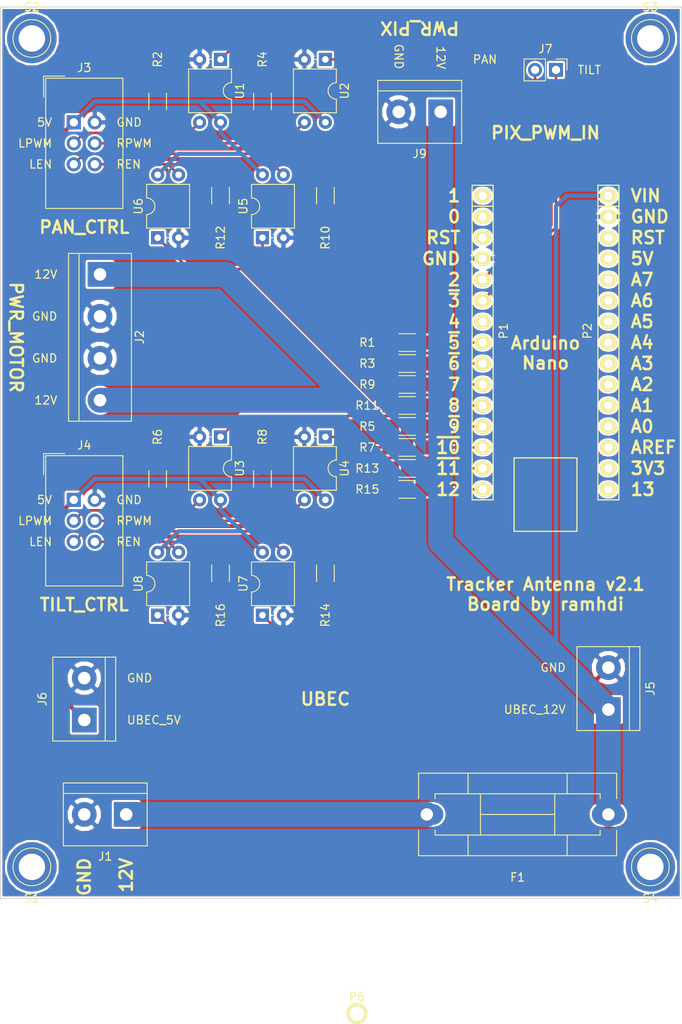
<source format=kicad_pcb>
(kicad_pcb (version 4) (host pcbnew 4.0.7)
  (title_block (title "Tracker Antenna v2.1") (date 2018-07-07) (company "Aksantara ITB"))
  (layers (0 F.Cu signal) (31 B.Cu signal) (34 B.Paste user) (35 F.Paste user) (36 B.SilkS user) (37 F.SilkS user) (38 B.Mask user) (39 F.Mask user) (44 Edge.Cuts user))
  (net 0 "")
  (net 1 "/1(Tx)")
  (net 2 "/0(Rx)")
  (net 3 /Reset)
  (net 4 GND)
  (net 5 /4)
  (net 6 +5V)
  (net 7 /A7)
  (net 8 /A6)
  (net 9 /A5)
  (net 10 /A4)
  (net 11 /A3)
  (net 12 /A2)
  (net 13 /A1)
  (net 14 /A0)
  (net 15 /AREF)
  (net 16 "/13(SCK)")
  (net 17 "Net-(F1-Pad2)")
  (net 18 +12V)
  (net 19 PAN_L_EN)
  (net 20 PAN_R_EN)
  (net 21 PAN_L_PWM)
  (net 22 PAN_R_PWM)
  (net 23 TILT_L_EN)
  (net 24 TILT_R_EN)
  (net 25 TILT_L_PWM)
  (net 26 TILT_R_PWM)
  (net 27 PAN_PWM_IN)
  (net 28 TILT_PWM_IN)
  (net 29 /5V)
  (net 30 /3V3)
  (net 31 PAN_L_PWM_ISOL)
  (net 32 PAN_R_PWM_ISOL)
  (net 33 TILT_L_PWM_ISOL)
  (net 34 TILT_R_PWM_ISOL)
  (net 35 "Net-(R1-Pad1)")
  (net 36 "Net-(R3-Pad2)")
  (net 37 "Net-(R5-Pad1)")
  (net 38 "Net-(R7-Pad2)")
  (net 39 "Net-(R9-Pad1)")
  (net 40 PAN_L_EN_ISOL)
  (net 41 "Net-(R11-Pad2)")
  (net 42 PAN_R_EN_ISOL)
  (net 43 "Net-(R13-Pad1)")
  (net 44 TILT_L_EN_ISOL)
  (net 45 "Net-(R15-Pad2)")
  (net 46 TILT_R_EN_ISOL)
  (net 47 "Net-(P6-Pad1)")
  (module Connector_IDC:IDC-Header_2x03_P2.54mm_Vertical (layer F.Cu) (at 61.976 49.657)
    (fp_text reference J3 (at 1.27 -6.604) (layer F.SilkS))
    (fp_text value Pan_Ctrl)
    (pad 1 thru_hole rect (at 0 0) (size 1.7272 1.7272) (drill 1.016) (layers *.Cu *.Mask) (net 6 +5V))
    (pad 2 thru_hole oval (at 2.54 0) (size 1.7272 1.7272) (drill 1.016) (layers *.Cu *.Mask) (net 4 GND))
    (pad 3 thru_hole oval (at 0 2.54) (size 1.7272 1.7272) (drill 1.016) (layers *.Cu *.Mask) (net 31 PAN_L_PWM_ISOL))
    (pad 4 thru_hole oval (at 2.54 2.54) (size 1.7272 1.7272) (drill 1.016) (layers *.Cu *.Mask) (net 32 PAN_R_PWM_ISOL))
    (pad 5 thru_hole oval (at 0 5.08) (size 1.7272 1.7272) (drill 1.016) (layers *.Cu *.Mask) (net 40 PAN_L_EN_ISOL))
    (pad 6 thru_hole oval (at 2.54 5.08) (size 1.7272 1.7272) (drill 1.016) (layers *.Cu *.Mask) (net 42 PAN_R_EN_ISOL))
  )
  (module Socket_Arduino_Nano:1pin_Nano (layer F.Cu) (at 96.266 157.607)
    (fp_text reference P6 (at 0 -2.032) (layer F.SilkS))
    (fp_text value CONN_01X01)
    (pad 1 thru_hole circle (at 0 0) (size 2.54 2.54) (drill 1.778) (layers *.Cu *.Mask F.SilkS) (net 47 "Net-(P6-Pad1)"))
  )
  (module Connector_IDC:IDC-Header_2x03_P2.54mm_Vertical (layer F.Cu) (at 61.976 95.377)
    (fp_text reference J4 (at 1.27 -6.604) (layer F.SilkS))
    (fp_text value Tilt_Ctrl)
    (pad 1 thru_hole rect (at 0 0) (size 1.7272 1.7272) (drill 1.016) (layers *.Cu *.Mask) (net 6 +5V))
    (pad 2 thru_hole oval (at 2.54 0) (size 1.7272 1.7272) (drill 1.016) (layers *.Cu *.Mask) (net 4 GND))
    (pad 3 thru_hole oval (at 0 2.54) (size 1.7272 1.7272) (drill 1.016) (layers *.Cu *.Mask) (net 33 TILT_L_PWM_ISOL))
    (pad 4 thru_hole oval (at 2.54 2.54) (size 1.7272 1.7272) (drill 1.016) (layers *.Cu *.Mask) (net 34 TILT_R_PWM_ISOL))
    (pad 5 thru_hole oval (at 0 5.08) (size 1.7272 1.7272) (drill 1.016) (layers *.Cu *.Mask) (net 44 TILT_L_EN_ISOL))
    (pad 6 thru_hole oval (at 2.54 5.08) (size 1.7272 1.7272) (drill 1.016) (layers *.Cu *.Mask) (net 46 TILT_R_EN_ISOL))
  )
  (module Fuse_Holders_and_Fuses:Fuseholder5x20_horiz_SemiClosed_Casing10x25mm (layer F.Cu) (at 126.746 133.477 180)
    (fp_text reference F1 (at 11 -7.62 180) (layer F.SilkS))
    (fp_text value Fuse)
    (pad 2 thru_hole oval (at 22 0 90) (size 2.5 4) (drill 1.5) (layers *.Cu *.Mask) (net 17 "Net-(F1-Pad2)"))
    (pad 1 thru_hole oval (at 0 0 90) (size 2.5 4) (drill 1.5) (layers *.Cu *.Mask) (net 18 +12V))
  )
  (module Connectors:1pin (layer F.Cu) (at 131.826 39.497)
    (fp_text reference S3 (at 0 -3.81) (layer F.SilkS))
    (fp_text value 1pin)
    (pad 1 thru_hole circle (at 0 0) (size 6 6) (drill 3.2) (layers *.Cu *.Mask))
  )
  (module Connectors:1pin (layer F.Cu) (at 131.826 139.827)
    (fp_text reference S4 (at 0 3.81) (layer F.SilkS))
    (fp_text value 1pin)
    (pad 1 thru_hole circle (at 0 0) (size 6 6) (drill 3.2) (layers *.Cu *.Mask))
  )
  (module Connectors:1pin (layer F.Cu) (at 56.896 139.827)
    (fp_text reference S1 (at 0 3.81) (layer F.SilkS))
    (fp_text value 1pin)
    (pad 1 thru_hole circle (at 0 0) (size 6 6) (drill 3.2) (layers *.Cu *.Mask))
  )
  (module Socket_Arduino_Nano:Socket_Strip_Arduino_1x15 (layer F.Cu) (at 111.506 58.547 270)
    (fp_text reference P1 (at 16.383 -2.54 270) (layer F.SilkS))
    (fp_text value Digital)
    (pad 1 thru_hole oval (at 0 0 270) (size 1.7272 2.032) (drill 1.016) (layers *.Cu *.Mask F.SilkS) (net 1 "/1(Tx)"))
    (pad 2 thru_hole oval (at 2.54 0 270) (size 1.7272 2.032) (drill 1.016) (layers *.Cu *.Mask F.SilkS) (net 2 "/0(Rx)"))
    (pad 3 thru_hole oval (at 5.08 0 270) (size 1.7272 2.032) (drill 1.016) (layers *.Cu *.Mask F.SilkS) (net 3 /Reset))
    (pad 4 thru_hole oval (at 7.62 0 270) (size 1.7272 2.032) (drill 1.016) (layers *.Cu *.Mask F.SilkS) (net 4 GND))
    (pad 5 thru_hole oval (at 10.16 0 270) (size 1.7272 2.032) (drill 1.016) (layers *.Cu *.Mask F.SilkS) (net 27 PAN_PWM_IN))
    (pad 6 thru_hole oval (at 12.7 0 270) (size 1.7272 2.032) (drill 1.016) (layers *.Cu *.Mask F.SilkS) (net 28 TILT_PWM_IN))
    (pad 7 thru_hole oval (at 15.24 0 270) (size 1.7272 2.032) (drill 1.016) (layers *.Cu *.Mask F.SilkS) (net 5 /4))
    (pad 8 thru_hole oval (at 17.78 0 270) (size 1.7272 2.032) (drill 1.016) (layers *.Cu *.Mask F.SilkS) (net 21 PAN_L_PWM))
    (pad 9 thru_hole oval (at 20.32 0 270) (size 1.7272 2.032) (drill 1.016) (layers *.Cu *.Mask F.SilkS) (net 22 PAN_R_PWM))
    (pad 10 thru_hole oval (at 22.86 0 270) (size 1.7272 2.032) (drill 1.016) (layers *.Cu *.Mask F.SilkS) (net 19 PAN_L_EN))
    (pad 11 thru_hole oval (at 25.4 0 270) (size 1.7272 2.032) (drill 1.016) (layers *.Cu *.Mask F.SilkS) (net 20 PAN_R_EN))
    (pad 12 thru_hole oval (at 27.94 0 270) (size 1.7272 2.032) (drill 1.016) (layers *.Cu *.Mask F.SilkS) (net 25 TILT_L_PWM))
    (pad 13 thru_hole oval (at 30.48 0 270) (size 1.7272 2.032) (drill 1.016) (layers *.Cu *.Mask F.SilkS) (net 26 TILT_R_PWM))
    (pad 14 thru_hole oval (at 33.02 0 270) (size 1.7272 2.032) (drill 1.016) (layers *.Cu *.Mask F.SilkS) (net 23 TILT_L_EN))
    (pad 15 thru_hole oval (at 35.56 0 270) (size 1.7272 2.032) (drill 1.016) (layers *.Cu *.Mask F.SilkS) (net 24 TILT_R_EN))
  )
  (module Socket_Arduino_Nano:Socket_Strip_Arduino_1x15 (layer F.Cu) (at 126.746 58.547 270)
    (fp_text reference P2 (at 16.383 2.54 270) (layer F.SilkS))
    (fp_text value Analog)
    (pad 1 thru_hole oval (at 0 0 270) (size 1.7272 2.032) (drill 1.016) (layers *.Cu *.Mask F.SilkS) (net 18 +12V))
    (pad 2 thru_hole oval (at 2.54 0 270) (size 1.7272 2.032) (drill 1.016) (layers *.Cu *.Mask F.SilkS) (net 4 GND))
    (pad 3 thru_hole oval (at 5.08 0 270) (size 1.7272 2.032) (drill 1.016) (layers *.Cu *.Mask F.SilkS) (net 3 /Reset))
    (pad 4 thru_hole oval (at 7.62 0 270) (size 1.7272 2.032) (drill 1.016) (layers *.Cu *.Mask F.SilkS) (net 29 /5V))
    (pad 5 thru_hole oval (at 10.16 0 270) (size 1.7272 2.032) (drill 1.016) (layers *.Cu *.Mask F.SilkS) (net 7 /A7))
    (pad 6 thru_hole oval (at 12.7 0 270) (size 1.7272 2.032) (drill 1.016) (layers *.Cu *.Mask F.SilkS) (net 8 /A6))
    (pad 7 thru_hole oval (at 15.24 0 270) (size 1.7272 2.032) (drill 1.016) (layers *.Cu *.Mask F.SilkS) (net 9 /A5))
    (pad 8 thru_hole oval (at 17.78 0 270) (size 1.7272 2.032) (drill 1.016) (layers *.Cu *.Mask F.SilkS) (net 10 /A4))
    (pad 9 thru_hole oval (at 20.32 0 270) (size 1.7272 2.032) (drill 1.016) (layers *.Cu *.Mask F.SilkS) (net 11 /A3))
    (pad 10 thru_hole oval (at 22.86 0 270) (size 1.7272 2.032) (drill 1.016) (layers *.Cu *.Mask F.SilkS) (net 12 /A2))
    (pad 11 thru_hole oval (at 25.4 0 270) (size 1.7272 2.032) (drill 1.016) (layers *.Cu *.Mask F.SilkS) (net 13 /A1))
    (pad 12 thru_hole oval (at 27.94 0 270) (size 1.7272 2.032) (drill 1.016) (layers *.Cu *.Mask F.SilkS) (net 14 /A0))
    (pad 13 thru_hole oval (at 30.48 0 270) (size 1.7272 2.032) (drill 1.016) (layers *.Cu *.Mask F.SilkS) (net 15 /AREF))
    (pad 14 thru_hole oval (at 33.02 0 270) (size 1.7272 2.032) (drill 1.016) (layers *.Cu *.Mask F.SilkS) (net 30 /3V3))
    (pad 15 thru_hole oval (at 35.56 0 270) (size 1.7272 2.032) (drill 1.016) (layers *.Cu *.Mask F.SilkS) (net 16 "/13(SCK)"))
  )
  (module Connectors:1pin (layer F.Cu) (at 56.896 39.497)
    (fp_text reference S2 (at 0 -3.81) (layer F.SilkS))
    (fp_text value 1pin)
    (pad 1 thru_hole circle (at 0 0) (size 6 6) (drill 3.2) (layers *.Cu *.Mask))
  )
  (module Connectors_Terminal_Blocks:TerminalBlock_bornier-2_P5.08mm (layer F.Cu) (at 106.426 48.387 180)
    (fp_text reference J9 (at 2.54 -5.08 180) (layer F.SilkS))
    (fp_text value Vout_12V)
    (pad 1 thru_hole rect (at 0 0 180) (size 3 3) (drill 1.52) (layers *.Cu *.Mask) (net 18 +12V))
    (pad 2 thru_hole circle (at 5.08 0 180) (size 3 3) (drill 1.52) (layers *.Cu *.Mask) (net 4 GND))
  )
  (module Connectors_Terminal_Blocks:TerminalBlock_bornier-2_P5.08mm (layer F.Cu) (at 63.246 122.047 90)
    (fp_text reference J6 (at 2.54 -5.08 90) (layer F.SilkS))
    (fp_text value BEC_OUT_5V)
    (pad 1 thru_hole rect (at 0 0 90) (size 3 3) (drill 1.52) (layers *.Cu *.Mask) (net 6 +5V))
    (pad 2 thru_hole circle (at 5.08 0 90) (size 3 3) (drill 1.52) (layers *.Cu *.Mask) (net 4 GND))
  )
  (module Connectors_Terminal_Blocks:TerminalBlock_bornier-2_P5.08mm (layer F.Cu) (at 126.746 120.777 90)
    (fp_text reference J5 (at 2.54 5.08 270) (layer F.SilkS))
    (fp_text value BEC_IN_12V)
    (pad 1 thru_hole rect (at 0 0 90) (size 3 3) (drill 1.52) (layers *.Cu *.Mask) (net 18 +12V))
    (pad 2 thru_hole circle (at 5.08 0 90) (size 3 3) (drill 1.52) (layers *.Cu *.Mask) (net 4 GND))
  )
  (module Connectors_Terminal_Blocks:TerminalBlock_bornier-2_P5.08mm (layer F.Cu) (at 68.326 133.477 180)
    (fp_text reference J1 (at 2.54 -5.08 180) (layer F.SilkS))
    (fp_text value Vin_12V)
    (pad 1 thru_hole rect (at 0 0 180) (size 3 3) (drill 1.52) (layers *.Cu *.Mask) (net 17 "Net-(F1-Pad2)"))
    (pad 2 thru_hole circle (at 5.08 0 180) (size 3 3) (drill 1.52) (layers *.Cu *.Mask) (net 4 GND))
  )
  (module Connectors_Terminal_Blocks:TerminalBlock_bornier-4_P5.08mm (layer F.Cu) (at 65.151 68.072 270)
    (fp_text reference J2 (at 7.6 -4.8 270) (layer F.SilkS))
    (fp_text value Motor_12V)
    (pad 2 thru_hole circle (at 5.08 0 270) (size 3 3) (drill 1.52) (layers *.Cu *.Mask) (net 4 GND))
    (pad 3 thru_hole circle (at 10.16 0 270) (size 3 3) (drill 1.52) (layers *.Cu *.Mask) (net 4 GND))
    (pad 1 thru_hole rect (at 0 0 270) (size 3 3) (drill 1.52) (layers *.Cu *.Mask) (net 18 +12V))
    (pad 4 thru_hole circle (at 15.24 0 270) (size 3 3) (drill 1.52) (layers *.Cu *.Mask) (net 18 +12V))
  )
  (module Housings_DIP:DIP-4_W7.62mm (layer F.Cu) (at 79.756 42.037 270)
    (fp_text reference U1 (at 3.81 -2.33 270) (layer F.SilkS))
    (fp_text value TLP785)
    (pad 1 thru_hole rect (at 0 0 270) (size 1.6 1.6) (drill 0.8) (layers *.Cu *.Mask) (net 35 "Net-(R1-Pad1)"))
    (pad 3 thru_hole oval (at 7.62 2.54 270) (size 1.6 1.6) (drill 0.8) (layers *.Cu *.Mask) (net 31 PAN_L_PWM_ISOL))
    (pad 2 thru_hole oval (at 0 2.54 270) (size 1.6 1.6) (drill 0.8) (layers *.Cu *.Mask) (net 4 GND))
    (pad 4 thru_hole oval (at 7.62 0 270) (size 1.6 1.6) (drill 0.8) (layers *.Cu *.Mask) (net 6 +5V))
  )
  (module Housings_DIP:DIP-4_W7.62mm (layer F.Cu) (at 92.456 42.037 270)
    (fp_text reference U2 (at 3.81 -2.33 270) (layer F.SilkS))
    (fp_text value TLP785)
    (pad 1 thru_hole rect (at 0 0 270) (size 1.6 1.6) (drill 0.8) (layers *.Cu *.Mask) (net 36 "Net-(R3-Pad2)"))
    (pad 3 thru_hole oval (at 7.62 2.54 270) (size 1.6 1.6) (drill 0.8) (layers *.Cu *.Mask) (net 32 PAN_R_PWM_ISOL))
    (pad 2 thru_hole oval (at 0 2.54 270) (size 1.6 1.6) (drill 0.8) (layers *.Cu *.Mask) (net 4 GND))
    (pad 4 thru_hole oval (at 7.62 0 270) (size 1.6 1.6) (drill 0.8) (layers *.Cu *.Mask) (net 6 +5V))
  )
  (module Housings_DIP:DIP-4_W7.62mm (layer F.Cu) (at 79.756 87.757 270)
    (fp_text reference U3 (at 3.81 -2.33 270) (layer F.SilkS))
    (fp_text value TLP785)
    (pad 1 thru_hole rect (at 0 0 270) (size 1.6 1.6) (drill 0.8) (layers *.Cu *.Mask) (net 37 "Net-(R5-Pad1)"))
    (pad 3 thru_hole oval (at 7.62 2.54 270) (size 1.6 1.6) (drill 0.8) (layers *.Cu *.Mask) (net 33 TILT_L_PWM_ISOL))
    (pad 2 thru_hole oval (at 0 2.54 270) (size 1.6 1.6) (drill 0.8) (layers *.Cu *.Mask) (net 4 GND))
    (pad 4 thru_hole oval (at 7.62 0 270) (size 1.6 1.6) (drill 0.8) (layers *.Cu *.Mask) (net 6 +5V))
  )
  (module Housings_DIP:DIP-4_W7.62mm (layer F.Cu) (at 92.456 87.757 270)
    (fp_text reference U4 (at 3.81 -2.33 270) (layer F.SilkS))
    (fp_text value TLP785)
    (pad 1 thru_hole rect (at 0 0 270) (size 1.6 1.6) (drill 0.8) (layers *.Cu *.Mask) (net 38 "Net-(R7-Pad2)"))
    (pad 3 thru_hole oval (at 7.62 2.54 270) (size 1.6 1.6) (drill 0.8) (layers *.Cu *.Mask) (net 34 TILT_R_PWM_ISOL))
    (pad 2 thru_hole oval (at 0 2.54 270) (size 1.6 1.6) (drill 0.8) (layers *.Cu *.Mask) (net 4 GND))
    (pad 4 thru_hole oval (at 7.62 0 270) (size 1.6 1.6) (drill 0.8) (layers *.Cu *.Mask) (net 6 +5V))
  )
  (module Housings_DIP:DIP-4_W7.62mm (layer F.Cu) (at 84.836 63.627 90)
    (fp_text reference U5 (at 3.81 -2.33 90) (layer F.SilkS))
    (fp_text value TLP785)
    (pad 1 thru_hole rect (at 0 0 90) (size 1.6 1.6) (drill 0.8) (layers *.Cu *.Mask) (net 39 "Net-(R9-Pad1)"))
    (pad 3 thru_hole oval (at 7.62 2.54 90) (size 1.6 1.6) (drill 0.8) (layers *.Cu *.Mask) (net 40 PAN_L_EN_ISOL))
    (pad 2 thru_hole oval (at 0 2.54 90) (size 1.6 1.6) (drill 0.8) (layers *.Cu *.Mask) (net 4 GND))
    (pad 4 thru_hole oval (at 7.62 0 90) (size 1.6 1.6) (drill 0.8) (layers *.Cu *.Mask) (net 6 +5V))
  )
  (module Housings_DIP:DIP-4_W7.62mm (layer F.Cu) (at 72.136 63.627 90)
    (fp_text reference U6 (at 3.81 -2.33 90) (layer F.SilkS))
    (fp_text value TLP785)
    (pad 1 thru_hole rect (at 0 0 90) (size 1.6 1.6) (drill 0.8) (layers *.Cu *.Mask) (net 41 "Net-(R11-Pad2)"))
    (pad 3 thru_hole oval (at 7.62 2.54 90) (size 1.6 1.6) (drill 0.8) (layers *.Cu *.Mask) (net 42 PAN_R_EN_ISOL))
    (pad 2 thru_hole oval (at 0 2.54 90) (size 1.6 1.6) (drill 0.8) (layers *.Cu *.Mask) (net 4 GND))
    (pad 4 thru_hole oval (at 7.62 0 90) (size 1.6 1.6) (drill 0.8) (layers *.Cu *.Mask) (net 6 +5V))
  )
  (module Housings_DIP:DIP-4_W7.62mm (layer F.Cu) (at 84.836 109.347 90)
    (fp_text reference U7 (at 3.81 -2.33 90) (layer F.SilkS))
    (fp_text value TLP785)
    (pad 1 thru_hole rect (at 0 0 90) (size 1.6 1.6) (drill 0.8) (layers *.Cu *.Mask) (net 43 "Net-(R13-Pad1)"))
    (pad 3 thru_hole oval (at 7.62 2.54 90) (size 1.6 1.6) (drill 0.8) (layers *.Cu *.Mask) (net 44 TILT_L_EN_ISOL))
    (pad 2 thru_hole oval (at 0 2.54 90) (size 1.6 1.6) (drill 0.8) (layers *.Cu *.Mask) (net 4 GND))
    (pad 4 thru_hole oval (at 7.62 0 90) (size 1.6 1.6) (drill 0.8) (layers *.Cu *.Mask) (net 6 +5V))
  )
  (module Housings_DIP:DIP-4_W7.62mm (layer F.Cu) (at 72.136 109.347 90)
    (fp_text reference U8 (at 3.81 -2.33 90) (layer F.SilkS))
    (fp_text value TLP785)
    (pad 1 thru_hole rect (at 0 0 90) (size 1.6 1.6) (drill 0.8) (layers *.Cu *.Mask) (net 45 "Net-(R15-Pad2)"))
    (pad 3 thru_hole oval (at 7.62 2.54 90) (size 1.6 1.6) (drill 0.8) (layers *.Cu *.Mask) (net 46 TILT_R_EN_ISOL))
    (pad 2 thru_hole oval (at 0 2.54 90) (size 1.6 1.6) (drill 0.8) (layers *.Cu *.Mask) (net 4 GND))
    (pad 4 thru_hole oval (at 7.62 0 90) (size 1.6 1.6) (drill 0.8) (layers *.Cu *.Mask) (net 6 +5V))
  )
  (module Resistors_SMD:R_1206_HandSoldering (layer F.Cu) (at 102.362 76.327)
    (fp_text reference R1 (at -4.826 0) (layer F.SilkS))
    (fp_text value 1k)
    (pad 1 smd rect (at -2 0) (size 2 1.7) (layers F.Cu F.Paste F.Mask) (net 35 "Net-(R1-Pad1)"))
    (pad 2 smd rect (at 2 0) (size 2 1.7) (layers F.Cu F.Paste F.Mask) (net 21 PAN_L_PWM))
  )
  (module Resistors_SMD:R_1206_HandSoldering (layer F.Cu) (at 72.136 47.117 270)
    (fp_text reference R2 (at -5.08 0 270) (layer F.SilkS))
    (fp_text value 1k)
    (pad 1 smd rect (at -2 0 270) (size 2 1.7) (layers F.Cu F.Paste F.Mask) (net 4 GND))
    (pad 2 smd rect (at 2 0 270) (size 2 1.7) (layers F.Cu F.Paste F.Mask) (net 31 PAN_L_PWM_ISOL))
  )
  (module Resistors_SMD:R_1206_HandSoldering (layer F.Cu) (at 102.362 78.867 180)
    (fp_text reference R3 (at 4.826 0 180) (layer F.SilkS))
    (fp_text value 1k)
    (pad 1 smd rect (at -2 0 180) (size 2 1.7) (layers F.Cu F.Paste F.Mask) (net 22 PAN_R_PWM))
    (pad 2 smd rect (at 2 0 180) (size 2 1.7) (layers F.Cu F.Paste F.Mask) (net 36 "Net-(R3-Pad2)"))
  )
  (module Resistors_SMD:R_1206_HandSoldering (layer F.Cu) (at 84.836 47.117 90)
    (fp_text reference R4 (at 5.08 0 90) (layer F.SilkS))
    (fp_text value 1k)
    (pad 1 smd rect (at -2 0 90) (size 2 1.7) (layers F.Cu F.Paste F.Mask) (net 32 PAN_R_PWM_ISOL))
    (pad 2 smd rect (at 2 0 90) (size 2 1.7) (layers F.Cu F.Paste F.Mask) (net 4 GND))
  )
  (module Resistors_SMD:R_1206_HandSoldering (layer F.Cu) (at 102.362 86.487)
    (fp_text reference R5 (at -4.826 0) (layer F.SilkS))
    (fp_text value 1k)
    (pad 1 smd rect (at -2 0) (size 2 1.7) (layers F.Cu F.Paste F.Mask) (net 37 "Net-(R5-Pad1)"))
    (pad 2 smd rect (at 2 0) (size 2 1.7) (layers F.Cu F.Paste F.Mask) (net 25 TILT_L_PWM))
  )
  (module Resistors_SMD:R_1206_HandSoldering (layer F.Cu) (at 72.136 92.837 270)
    (fp_text reference R6 (at -5.08 0 270) (layer F.SilkS))
    (fp_text value 1k)
    (pad 1 smd rect (at -2 0 270) (size 2 1.7) (layers F.Cu F.Paste F.Mask) (net 4 GND))
    (pad 2 smd rect (at 2 0 270) (size 2 1.7) (layers F.Cu F.Paste F.Mask) (net 33 TILT_L_PWM_ISOL))
  )
  (module Resistors_SMD:R_1206_HandSoldering (layer F.Cu) (at 102.362 89.027 180)
    (fp_text reference R7 (at 4.826 0 180) (layer F.SilkS))
    (fp_text value 1k)
    (pad 1 smd rect (at -2 0 180) (size 2 1.7) (layers F.Cu F.Paste F.Mask) (net 26 TILT_R_PWM))
    (pad 2 smd rect (at 2 0 180) (size 2 1.7) (layers F.Cu F.Paste F.Mask) (net 38 "Net-(R7-Pad2)"))
  )
  (module Resistors_SMD:R_1206_HandSoldering (layer F.Cu) (at 84.836 92.837 90)
    (fp_text reference R8 (at 5.08 0 90) (layer F.SilkS))
    (fp_text value 1k)
    (pad 1 smd rect (at -2 0 90) (size 2 1.7) (layers F.Cu F.Paste F.Mask) (net 34 TILT_R_PWM_ISOL))
    (pad 2 smd rect (at 2 0 90) (size 2 1.7) (layers F.Cu F.Paste F.Mask) (net 4 GND))
  )
  (module Resistors_SMD:R_1206_HandSoldering (layer F.Cu) (at 102.362 81.407)
    (fp_text reference R9 (at -4.826 0) (layer F.SilkS))
    (fp_text value 1k)
    (pad 1 smd rect (at -2 0) (size 2 1.7) (layers F.Cu F.Paste F.Mask) (net 39 "Net-(R9-Pad1)"))
    (pad 2 smd rect (at 2 0) (size 2 1.7) (layers F.Cu F.Paste F.Mask) (net 19 PAN_L_EN))
  )
  (module Resistors_SMD:R_1206_HandSoldering (layer F.Cu) (at 92.456 58.547 90)
    (fp_text reference R10 (at -5.08 0 90) (layer F.SilkS))
    (fp_text value 1k)
    (pad 1 smd rect (at -2 0 90) (size 2 1.7) (layers F.Cu F.Paste F.Mask) (net 4 GND))
    (pad 2 smd rect (at 2 0 90) (size 2 1.7) (layers F.Cu F.Paste F.Mask) (net 40 PAN_L_EN_ISOL))
  )
  (module Resistors_SMD:R_1206_HandSoldering (layer F.Cu) (at 102.362 83.947 180)
    (fp_text reference R11 (at 4.826 0 180) (layer F.SilkS))
    (fp_text value 1k)
    (pad 1 smd rect (at -2 0 180) (size 2 1.7) (layers F.Cu F.Paste F.Mask) (net 20 PAN_R_EN))
    (pad 2 smd rect (at 2 0 180) (size 2 1.7) (layers F.Cu F.Paste F.Mask) (net 41 "Net-(R11-Pad2)"))
  )
  (module Resistors_SMD:R_1206_HandSoldering (layer F.Cu) (at 79.756 58.547 270)
    (fp_text reference R12 (at 5.08 0 270) (layer F.SilkS))
    (fp_text value 1k)
    (pad 1 smd rect (at -2 0 270) (size 2 1.7) (layers F.Cu F.Paste F.Mask) (net 42 PAN_R_EN_ISOL))
    (pad 2 smd rect (at 2 0 270) (size 2 1.7) (layers F.Cu F.Paste F.Mask) (net 4 GND))
  )
  (module Resistors_SMD:R_1206_HandSoldering (layer F.Cu) (at 102.362 91.567)
    (fp_text reference R13 (at -4.826 0) (layer F.SilkS))
    (fp_text value 1k)
    (pad 1 smd rect (at -2 0) (size 2 1.7) (layers F.Cu F.Paste F.Mask) (net 43 "Net-(R13-Pad1)"))
    (pad 2 smd rect (at 2 0) (size 2 1.7) (layers F.Cu F.Paste F.Mask) (net 23 TILT_L_EN))
  )
  (module Resistors_SMD:R_1206_HandSoldering (layer F.Cu) (at 92.456 104.267 90)
    (fp_text reference R14 (at -5.08 0 90) (layer F.SilkS))
    (fp_text value 1k)
    (pad 1 smd rect (at -2 0 90) (size 2 1.7) (layers F.Cu F.Paste F.Mask) (net 4 GND))
    (pad 2 smd rect (at 2 0 90) (size 2 1.7) (layers F.Cu F.Paste F.Mask) (net 44 TILT_L_EN_ISOL))
  )
  (module Resistors_SMD:R_1206_HandSoldering (layer F.Cu) (at 102.362 94.107 180)
    (fp_text reference R15 (at 4.826 0 180) (layer F.SilkS))
    (fp_text value 1k)
    (pad 1 smd rect (at -2 0 180) (size 2 1.7) (layers F.Cu F.Paste F.Mask) (net 24 TILT_R_EN))
    (pad 2 smd rect (at 2 0 180) (size 2 1.7) (layers F.Cu F.Paste F.Mask) (net 45 "Net-(R15-Pad2)"))
  )
  (module Resistors_SMD:R_1206_HandSoldering (layer F.Cu) (at 79.756 104.267 270)
    (fp_text reference R16 (at 5.08 0 270) (layer F.SilkS))
    (fp_text value 1k)
    (pad 1 smd rect (at -2 0 270) (size 2 1.7) (layers F.Cu F.Paste F.Mask) (net 46 TILT_R_EN_ISOL))
    (pad 2 smd rect (at 2 0 270) (size 2 1.7) (layers F.Cu F.Paste F.Mask) (net 4 GND))
  )
  (module Pin_Headers:Pin_Header_Straight_1x02_Pitch2.54mm (layer F.Cu) (at 120.396 43.307 270)
    (fp_text reference J7 (at -2.54 1.27 360) (layer F.SilkS))
    (fp_text value PIX_PWM_IN)
    (pad 1 thru_hole rect (at 0 0 270) (size 1.7 1.7) (drill 1) (layers *.Cu *.Mask) (net 28 TILT_PWM_IN))
    (pad 2 thru_hole oval (at 0 2.54 270) (size 1.7 1.7) (drill 1) (layers *.Cu *.Mask) (net 27 PAN_PWM_IN))
  )
  (gr_text PAN_CTRL (at 63.246 62.357) (layer F.SilkS) (effects (font (size 1.5 1.5) (thickness 0.3))))
  (gr_line (start 135.636 35.687) (end 135.636 143.637) (angle 90) (layer Edge.Cuts) (width 0.1))
  (gr_line (start 53.086 35.687) (end 135.636 35.687) (angle 90) (layer Edge.Cuts) (width 0.1))
  (gr_line (start 53.086 143.637) (end 53.086 35.687) (angle 90) (layer Edge.Cuts) (width 0.1))
  (gr_line (start 135.636 143.637) (end 53.086 143.637) (angle 90) (layer Edge.Cuts) (width 0.1))
  (gr_text LEN (at 59.436 100.457) (layer F.SilkS) (effects (font (size 1 1)) (justify right)))
  (gr_line (start 135.636 35.687) (end 134.366 35.687) (angle 90) (layer Edge.Cuts) (width 0.1))
  (gr_text TILT (at 122.936 43.307) (layer F.SilkS) (effects (font (size 1 1)) (justify left)))
  (gr_text ~5 (at 108.966 76.327) (layer F.SilkS) (effects (font (size 1.5 1.5) (thickness 0.3)) (justify right)))
  (gr_text PWR_MOTOR (at 54.991 75.692 270) (layer F.SilkS) (effects (font (size 1.5 1.5) (thickness 0.3))))
  (gr_text "Arduino\nNano" (at 119.126 77.597) (layer F.SilkS) (effects (font (size 1.5 1.5) (thickness 0.3))))
  (gr_text VIN (at 129.286 58.547) (layer F.SilkS) (effects (font (size 1.5 1.5) (thickness 0.3)) (justify left)))
  (gr_text GND (at 129.286 61.087) (layer F.SilkS) (effects (font (size 1.5 1.5) (thickness 0.3)) (justify left)))
  (gr_text RST (at 129.286 63.627) (layer F.SilkS) (effects (font (size 1.5 1.5) (thickness 0.3)) (justify left)))
  (gr_text 5V (at 129.286 66.167) (layer F.SilkS) (effects (font (size 1.5 1.5) (thickness 0.3)) (justify left)))
  (gr_text A7 (at 129.286 68.707) (layer F.SilkS) (effects (font (size 1.5 1.5) (thickness 0.3)) (justify left)))
  (gr_text A6 (at 129.286 71.247) (layer F.SilkS) (effects (font (size 1.5 1.5) (thickness 0.3)) (justify left)))
  (gr_text A5 (at 129.286 73.787) (layer F.SilkS) (effects (font (size 1.5 1.5) (thickness 0.3)) (justify left)))
  (gr_text A4 (at 129.286 76.327) (layer F.SilkS) (effects (font (size 1.5 1.5) (thickness 0.3)) (justify left)))
  (gr_text A3 (at 129.286 78.867) (layer F.SilkS) (effects (font (size 1.5 1.5) (thickness 0.3)) (justify left)))
  (gr_text A2 (at 129.286 81.407) (layer F.SilkS) (effects (font (size 1.5 1.5) (thickness 0.3)) (justify left)))
  (gr_text A1 (at 129.286 83.947) (layer F.SilkS) (effects (font (size 1.5 1.5) (thickness 0.3)) (justify left)))
  (gr_text A0 (at 129.286 86.487) (layer F.SilkS) (effects (font (size 1.5 1.5) (thickness 0.3)) (justify left)))
  (gr_text AREF (at 129.286 89.027) (layer F.SilkS) (effects (font (size 1.5 1.5) (thickness 0.3)) (justify left)))
  (gr_text 3V3 (at 129.286 91.567) (layer F.SilkS) (effects (font (size 1.5 1.5) (thickness 0.3)) (justify left)))
  (gr_text 13 (at 129.286 94.107) (layer F.SilkS) (effects (font (size 1.5 1.5) (thickness 0.3)) (justify left)))
  (gr_text 12 (at 108.966 94.107) (layer F.SilkS) (effects (font (size 1.5 1.5) (thickness 0.3)) (justify right)))
  (gr_text ~11 (at 108.966 91.567) (layer F.SilkS) (effects (font (size 1.5 1.5) (thickness 0.3)) (justify right)))
  (gr_text ~10 (at 108.966 89.027) (layer F.SilkS) (effects (font (size 1.5 1.5) (thickness 0.3)) (justify right)))
  (gr_text 2 (at 108.966 68.707) (layer F.SilkS) (effects (font (size 1.5 1.5) (thickness 0.3)) (justify right)))
  (gr_text ~9 (at 108.966 86.487) (layer F.SilkS) (effects (font (size 1.5 1.5) (thickness 0.3)) (justify right)))
  (gr_text 8 (at 108.966 83.947) (layer F.SilkS) (effects (font (size 1.5 1.5) (thickness 0.3)) (justify right)))
  (gr_text 7 (at 108.966 81.407) (layer F.SilkS) (effects (font (size 1.5 1.5) (thickness 0.3)) (justify right)))
  (gr_text ~6 (at 108.966 78.867) (layer F.SilkS) (effects (font (size 1.5 1.5) (thickness 0.3)) (justify right)))
  (gr_text 4 (at 108.966 73.787) (layer F.SilkS) (effects (font (size 1.5 1.5) (thickness 0.3)) (justify right)))
  (gr_text ~3 (at 108.966 71.247) (layer F.SilkS) (effects (font (size 1.5 1.5) (thickness 0.3)) (justify right)))
  (gr_text GND (at 108.966 66.167) (layer F.SilkS) (effects (font (size 1.5 1.5) (thickness 0.3)) (justify right)))
  (gr_text 0 (at 108.966 61.087) (layer F.SilkS) (effects (font (size 1.5 1.5) (thickness 0.3)) (justify right)))
  (gr_text RST (at 108.966 63.627) (layer F.SilkS) (effects (font (size 1.5 1.5) (thickness 0.3)) (justify right)))
  (gr_text 1 (at 108.966 58.547) (layer F.SilkS) (effects (font (size 1.5 1.5) (thickness 0.3)) (justify right)))
  (gr_line (start 122.936 99.187) (end 115.316 99.187) (layer F.SilkS) (width 0.15))
  (gr_line (start 122.936 90.297) (end 122.936 99.187) (layer F.SilkS) (width 0.15))
  (gr_line (start 115.316 90.297) (end 122.936 90.297) (layer F.SilkS) (width 0.15))
  (gr_line (start 115.316 99.187) (end 115.316 90.297) (layer F.SilkS) (width 0.15))
  (gr_text "Tracker Antenna v2.1\nBoard by ramhdi" (at 119.126 106.807) (layer F.SilkS) (effects (font (size 1.5 1.5) (thickness 0.3))))
  (gr_text GND (at 68.326 116.967) (layer F.SilkS) (effects (font (size 1 1)) (justify left)))
  (gr_text UBEC_5V (at 68.326 122.047) (layer F.SilkS) (effects (font (size 1 1)) (justify left)))
  (gr_text GND (at 121.666 115.697) (layer F.SilkS) (effects (font (size 1 1)) (justify right)))
  (gr_text UBEC_12V (at 121.666 120.777) (layer F.SilkS) (effects (font (size 1 1)) (justify right)))
  (gr_text PIX_PWM_IN (at 119.126 50.927) (layer F.SilkS) (effects (font (size 1.5 1.5) (thickness 0.3))))
  (gr_text PWR_PIX (at 103.886 38.227 180) (layer F.SilkS) (effects (font (size 1.5 1.5) (thickness 0.3))))
  (gr_text GND (at 101.346 43.307 270) (layer F.SilkS) (effects (font (size 1 1)) (justify right)))
  (gr_text 12V (at 106.426 43.307 270) (layer F.SilkS) (effects (font (size 1 1)) (justify right)))
  (gr_text TILT_CTRL (at 63.246 108.077) (layer F.SilkS) (effects (font (size 1.5 1.5) (thickness 0.3))))
  (gr_text PAN (at 110.236 42.037) (layer F.SilkS) (effects (font (size 1 1)) (justify left)))
  (gr_text GND (at 60.071 78.232 360) (layer F.SilkS) (effects (font (size 1 1)) (justify right)))
  (gr_text 12V (at 60.071 83.312 360) (layer F.SilkS) (effects (font (size 1 1)) (justify right)))
  (gr_text GND (at 60.071 73.152 360) (layer F.SilkS) (effects (font (size 1 1)) (justify right)))
  (gr_text 12V (at 60.071 68.072 360) (layer F.SilkS) (effects (font (size 1 1)) (justify right)))
  (gr_text REN (at 67.056 54.737) (layer F.SilkS) (effects (font (size 1 1)) (justify left)))
  (gr_text LEN (at 59.436 54.737) (layer F.SilkS) (effects (font (size 1 1)) (justify right)))
  (gr_text RPWM (at 67.056 52.197) (layer F.SilkS) (effects (font (size 1 1)) (justify left)))
  (gr_text LPWM (at 59.436 52.197) (layer F.SilkS) (effects (font (size 1 1)) (justify right)))
  (gr_text GND (at 67.056 49.657) (layer F.SilkS) (effects (font (size 1 1)) (justify left)))
  (gr_text 5V (at 59.436 49.657) (layer F.SilkS) (effects (font (size 1 1)) (justify right)))
  (gr_text REN (at 67.056 100.457) (layer F.SilkS) (effects (font (size 1 1)) (justify left)))
  (gr_text RPWM (at 67.056 97.917) (layer F.SilkS) (effects (font (size 1 1)) (justify left)))
  (gr_text LPWM (at 59.436 97.917) (layer F.SilkS) (effects (font (size 1 1)) (justify right)))
  (gr_text GND (at 67.056 95.377) (layer F.SilkS) (effects (font (size 1 1)) (justify left)))
  (gr_text 5V (at 59.436 95.377) (layer F.SilkS) (effects (font (size 1 1)) (justify right)))
  (gr_text UBEC (at 92.456 119.507) (layer F.SilkS) (effects (font (size 1.5 1.5) (thickness 0.3))))
  (gr_text GND (at 63.246 138.557 90) (layer F.SilkS) (effects (font (size 1.5 1.5) (thickness 0.3)) (justify right)))
  (gr_text 12V (at 68.326 138.557 90) (layer F.SilkS) (effects (font (size 1.5 1.5) (thickness 0.3)) (justify right)))
  (segment (start 79.756 95.377) (end 79.756 96.647) (width 0.5) (layer B.Cu) (net 6))
  (segment (start 79.756 96.647) (end 82.296 99.187) (width 0.5) (layer B.Cu) (net 6))
  (segment (start 79.756 49.657) (end 79.756 50.927) (width 0.5) (layer B.Cu) (net 6))
  (segment (start 79.756 50.927) (end 82.296 53.467) (width 0.5) (layer B.Cu) (net 6))
  (segment (start 72.136 56.007) (end 74.676 53.467) (width 0.5) (layer B.Cu) (net 6))
  (segment (start 74.676 53.467) (end 82.296 53.467) (width 0.5) (layer B.Cu) (net 6))
  (segment (start 82.296 53.467) (end 84.836 56.007) (width 0.5) (layer B.Cu) (net 6))
  (segment (start 77.216 47.117) (end 89.916 47.117) (width 0.5) (layer B.Cu) (net 6))
  (segment (start 89.916 47.117) (end 92.456 49.657) (width 0.5) (layer B.Cu) (net 6))
  (segment (start 61.976 49.657) (end 64.516 47.117) (width 0.5) (layer B.Cu) (net 6))
  (segment (start 77.216 47.117) (end 79.756 49.657) (width 0.5) (layer B.Cu) (net 6))
  (segment (start 64.516 47.117) (end 77.216 47.117) (width 0.5) (layer B.Cu) (net 6))
  (segment (start 72.136 101.727) (end 74.676 99.187) (width 0.5) (layer B.Cu) (net 6))
  (segment (start 74.676 99.187) (end 82.296 99.187) (width 0.5) (layer B.Cu) (net 6))
  (segment (start 82.296 99.187) (end 84.836 101.727) (width 0.5) (layer B.Cu) (net 6))
  (segment (start 77.216 92.837) (end 89.916 92.837) (width 0.5) (layer B.Cu) (net 6))
  (segment (start 89.916 92.837) (end 92.456 95.377) (width 0.5) (layer B.Cu) (net 6))
  (segment (start 61.976 95.377) (end 64.516 92.837) (width 0.5) (layer B.Cu) (net 6))
  (segment (start 77.216 92.837) (end 79.756 95.377) (width 0.5) (layer B.Cu) (net 6))
  (segment (start 64.516 92.837) (end 77.216 92.837) (width 0.5) (layer B.Cu) (net 6))
  (segment (start 56.896 100.457) (end 56.896 62.357) (width 0.5) (layer F.Cu) (net 6))
  (segment (start 56.896 62.357) (end 56.896 54.737) (width 0.5) (layer F.Cu) (net 6))
  (segment (start 56.896 54.737) (end 61.976 49.657) (width 0.5) (layer F.Cu) (net 6))
  (segment (start 61.976 95.377) (end 56.896 100.457) (width 0.5) (layer F.Cu) (net 6))
  (segment (start 56.896 115.697) (end 63.246 122.047) (width 0.5) (layer F.Cu) (net 6))
  (segment (start 56.896 100.457) (end 56.896 108.077) (width 0.5) (layer F.Cu) (net 6))
  (segment (start 56.896 108.077) (end 56.896 115.697) (width 0.5) (layer F.Cu) (net 6))
  (segment (start 68.326 133.477) (end 104.746 133.477) (width 3) (layer B.Cu) (net 17))
  (segment (start 126.746 58.547) (end 121.666 58.547) (width 0.5) (layer B.Cu) (net 18))
  (segment (start 120.396 59.817) (end 120.396 114.427) (width 0.5) (layer B.Cu) (net 18))
  (segment (start 121.666 58.547) (end 120.396 59.817) (width 0.5) (layer B.Cu) (net 18))
  (segment (start 65.151 68.072) (end 80.391 68.072) (width 3) (layer B.Cu) (net 18))
  (segment (start 80.391 68.072) (end 95.631 83.312) (width 3) (layer B.Cu) (net 18))
  (segment (start 65.151 83.312) (end 95.631 83.312) (width 3) (layer B.Cu) (net 18))
  (segment (start 95.631 83.312) (end 106.426 94.107) (width 3) (layer B.Cu) (net 18))
  (segment (start 106.426 48.387) (end 106.426 94.107) (width 3) (layer B.Cu) (net 18))
  (segment (start 106.426 94.107) (end 106.426 100.457) (width 3) (layer B.Cu) (net 18))
  (segment (start 106.426 100.457) (end 120.396 114.427) (width 3) (layer B.Cu) (net 18))
  (segment (start 120.396 114.427) (end 126.746 120.777) (width 3) (layer B.Cu) (net 18))
  (segment (start 126.746 133.477) (end 126.746 120.777) (width 3) (layer B.Cu) (net 18))
  (segment (start 111.506 81.407) (end 104.362 81.407) (width 0.3) (layer F.Cu) (net 19))
  (segment (start 111.506 83.947) (end 104.362 83.947) (width 0.3) (layer F.Cu) (net 20))
  (segment (start 111.506 76.327) (end 104.362 76.327) (width 0.3) (layer F.Cu) (net 21))
  (segment (start 111.506 78.867) (end 104.362 78.867) (width 0.3) (layer F.Cu) (net 22))
  (segment (start 111.506 91.567) (end 104.362 91.567) (width 0.3) (layer F.Cu) (net 23))
  (segment (start 111.506 94.107) (end 104.362 94.107) (width 0.3) (layer F.Cu) (net 24))
  (segment (start 111.506 86.487) (end 104.362 86.487) (width 0.3) (layer F.Cu) (net 25))
  (segment (start 111.506 89.027) (end 104.362 89.027) (width 0.3) (layer F.Cu) (net 26))
  (segment (start 117.856 43.307) (end 117.856 62.357) (width 0.3) (layer F.Cu) (net 27))
  (segment (start 117.856 62.357) (end 111.506 68.707) (width 0.3) (layer F.Cu) (net 27))
  (segment (start 120.396 43.307) (end 120.396 62.357) (width 0.3) (layer F.Cu) (net 28))
  (segment (start 120.396 62.357) (end 111.506 71.247) (width 0.3) (layer F.Cu) (net 28))
  (segment (start 69.596 50.927) (end 75.946 50.927) (width 0.3) (layer F.Cu) (net 31))
  (segment (start 75.946 50.927) (end 77.216 49.657) (width 0.3) (layer F.Cu) (net 31))
  (segment (start 61.976 52.197) (end 63.246 50.927) (width 0.3) (layer F.Cu) (net 31))
  (segment (start 70.326 50.927) (end 72.136 49.117) (width 0.3) (layer F.Cu) (net 31))
  (segment (start 63.246 50.927) (end 69.596 50.927) (width 0.3) (layer F.Cu) (net 31))
  (segment (start 69.596 50.927) (end 70.326 50.927) (width 0.3) (layer F.Cu) (net 31))
  (segment (start 72.136 49.657) (end 72.136 49.117) (width 0.3) (layer F.Cu) (net 31))
  (segment (start 72.676 49.657) (end 72.136 49.117) (width 0.3) (layer F.Cu) (net 31))
  (segment (start 72.676 49.657) (end 72.136 49.117) (width 0.3) (layer F.Cu) (net 31))
  (segment (start 72.136 49.657) (end 72.136 49.117) (width 0.3) (layer F.Cu) (net 31))
  (segment (start 81.026 52.197) (end 87.376 52.197) (width 0.3) (layer F.Cu) (net 32))
  (segment (start 87.376 52.197) (end 89.916 49.657) (width 0.3) (layer F.Cu) (net 32))
  (segment (start 64.516 52.197) (end 81.026 52.197) (width 0.3) (layer F.Cu) (net 32))
  (segment (start 81.026 52.197) (end 81.756 52.197) (width 0.3) (layer F.Cu) (net 32))
  (segment (start 81.756 52.197) (end 84.836 49.117) (width 0.3) (layer F.Cu) (net 32))
  (segment (start 85.376 49.657) (end 84.836 49.117) (width 0.3) (layer F.Cu) (net 32))
  (segment (start 63.246 96.647) (end 70.326 96.647) (width 0.3) (layer F.Cu) (net 33))
  (segment (start 70.326 96.647) (end 72.136 94.837) (width 0.3) (layer F.Cu) (net 33))
  (segment (start 61.976 97.917) (end 63.246 96.647) (width 0.3) (layer F.Cu) (net 33))
  (segment (start 75.946 96.647) (end 77.216 95.377) (width 0.3) (layer F.Cu) (net 33))
  (segment (start 63.246 96.647) (end 75.946 96.647) (width 0.3) (layer F.Cu) (net 33))
  (segment (start 81.026 97.917) (end 87.376 97.917) (width 0.3) (layer F.Cu) (net 34))
  (segment (start 87.376 97.917) (end 89.916 95.377) (width 0.3) (layer F.Cu) (net 34))
  (segment (start 64.516 97.917) (end 81.026 97.917) (width 0.3) (layer F.Cu) (net 34))
  (segment (start 81.026 97.917) (end 81.756 97.917) (width 0.3) (layer F.Cu) (net 34))
  (segment (start 81.756 97.917) (end 84.836 94.837) (width 0.3) (layer F.Cu) (net 34))
  (segment (start 100.362 76.327) (end 100.076 76.327) (width 0.3) (layer F.Cu) (net 35))
  (segment (start 100.076 76.327) (end 97.536 73.787) (width 0.3) (layer F.Cu) (net 35))
  (segment (start 97.536 73.787) (end 97.536 40.767) (width 0.3) (layer F.Cu) (net 35))
  (segment (start 97.536 40.767) (end 96.266 39.497) (width 0.3) (layer F.Cu) (net 35))
  (segment (start 96.266 39.497) (end 82.296 39.497) (width 0.3) (layer F.Cu) (net 35))
  (segment (start 82.296 39.497) (end 79.756 42.037) (width 0.3) (layer F.Cu) (net 35))
  (segment (start 92.456 42.037) (end 94.996 42.037) (width 0.3) (layer F.Cu) (net 36))
  (segment (start 96.266 74.771) (end 100.362 78.867) (width 0.3) (layer F.Cu) (net 36))
  (segment (start 96.266 43.307) (end 96.266 74.771) (width 0.3) (layer F.Cu) (net 36))
  (segment (start 94.996 42.037) (end 96.266 43.307) (width 0.3) (layer F.Cu) (net 36))
  (segment (start 100.362 86.487) (end 97.536 86.487) (width 0.3) (layer F.Cu) (net 37))
  (segment (start 82.296 85.217) (end 79.756 87.757) (width 0.3) (layer F.Cu) (net 37))
  (segment (start 96.266 85.217) (end 82.296 85.217) (width 0.3) (layer F.Cu) (net 37))
  (segment (start 97.536 86.487) (end 96.266 85.217) (width 0.3) (layer F.Cu) (net 37))
  (segment (start 100.362 89.027) (end 97.536 89.027) (width 0.3) (layer F.Cu) (net 38))
  (segment (start 96.266 87.757) (end 92.456 87.757) (width 0.3) (layer F.Cu) (net 38))
  (segment (start 97.536 89.027) (end 96.266 87.757) (width 0.3) (layer F.Cu) (net 38))
  (segment (start 100.362 81.407) (end 98.806 81.407) (width 0.3) (layer F.Cu) (net 39))
  (segment (start 84.836 67.437) (end 84.836 63.627) (width 0.3) (layer F.Cu) (net 39))
  (segment (start 98.806 81.407) (end 84.836 67.437) (width 0.3) (layer F.Cu) (net 39))
  (segment (start 84.836 53.467) (end 89.376 53.467) (width 0.3) (layer F.Cu) (net 40))
  (segment (start 89.376 53.467) (end 92.456 56.547) (width 0.3) (layer F.Cu) (net 40))
  (segment (start 61.976 54.737) (end 63.246 53.467) (width 0.3) (layer F.Cu) (net 40))
  (segment (start 84.836 53.467) (end 87.376 56.007) (width 0.3) (layer F.Cu) (net 40))
  (segment (start 63.246 53.467) (end 84.836 53.467) (width 0.3) (layer F.Cu) (net 40))
  (segment (start 91.916 56.007) (end 92.456 56.547) (width 0.3) (layer F.Cu) (net 40))
  (segment (start 100.362 83.947) (end 98.806 83.947) (width 0.3) (layer F.Cu) (net 41))
  (segment (start 75.946 67.437) (end 72.136 63.627) (width 0.3) (layer F.Cu) (net 41))
  (segment (start 82.296 67.437) (end 75.946 67.437) (width 0.3) (layer F.Cu) (net 41))
  (segment (start 98.806 83.947) (end 82.296 67.437) (width 0.3) (layer F.Cu) (net 41))
  (segment (start 100.362 83.947) (end 100.076 83.947) (width 0.3) (layer F.Cu) (net 41))
  (segment (start 73.406 54.737) (end 77.946 54.737) (width 0.3) (layer F.Cu) (net 42))
  (segment (start 77.946 54.737) (end 79.756 56.547) (width 0.3) (layer F.Cu) (net 42))
  (segment (start 64.516 54.737) (end 73.406 54.737) (width 0.3) (layer F.Cu) (net 42))
  (segment (start 73.406 54.737) (end 74.676 56.007) (width 0.3) (layer F.Cu) (net 42))
  (segment (start 79.216 56.007) (end 79.756 56.547) (width 0.3) (layer F.Cu) (net 42))
  (segment (start 100.362 91.567) (end 97.536 91.567) (width 0.3) (layer F.Cu) (net 43))
  (segment (start 87.376 111.887) (end 84.836 109.347) (width 0.3) (layer F.Cu) (net 43))
  (segment (start 94.996 111.887) (end 87.376 111.887) (width 0.3) (layer F.Cu) (net 43))
  (segment (start 96.266 110.617) (end 94.996 111.887) (width 0.3) (layer F.Cu) (net 43))
  (segment (start 96.266 92.837) (end 96.266 110.617) (width 0.3) (layer F.Cu) (net 43))
  (segment (start 97.536 91.567) (end 96.266 92.837) (width 0.3) (layer F.Cu) (net 43))
  (segment (start 84.836 99.187) (end 89.376 99.187) (width 0.3) (layer F.Cu) (net 44))
  (segment (start 89.376 99.187) (end 92.456 102.267) (width 0.3) (layer F.Cu) (net 44))
  (segment (start 61.976 100.457) (end 63.246 99.187) (width 0.3) (layer F.Cu) (net 44))
  (segment (start 84.836 99.187) (end 87.376 101.727) (width 0.3) (layer F.Cu) (net 44))
  (segment (start 63.246 99.187) (end 84.836 99.187) (width 0.3) (layer F.Cu) (net 44))
  (segment (start 100.362 94.107) (end 100.362 111.601) (width 0.3) (layer F.Cu) (net 45))
  (segment (start 77.216 114.427) (end 72.136 109.347) (width 0.3) (layer F.Cu) (net 45))
  (segment (start 97.536 114.427) (end 77.216 114.427) (width 0.3) (layer F.Cu) (net 45))
  (segment (start 100.362 111.601) (end 97.536 114.427) (width 0.3) (layer F.Cu) (net 45))
  (segment (start 73.406 100.457) (end 77.946 100.457) (width 0.3) (layer F.Cu) (net 46))
  (segment (start 77.946 100.457) (end 79.756 102.267) (width 0.3) (layer F.Cu) (net 46))
  (segment (start 64.516 100.457) (end 73.406 100.457) (width 0.3) (layer F.Cu) (net 46))
  (segment (start 73.406 100.457) (end 74.676 101.727) (width 0.3) (layer F.Cu) (net 46))
  (zone (net 4) (net_name GND) (layer F.Cu) (connect_pads (clearance 0.2)) (min_thickness 0.2) (fill yes (arc_segments 16) (thermal_gap 0.508) (thermal_bridge_width 0.508))
    (polygon (pts (xy 53.086 35.687) (xy 135.636 35.687) (xy 135.636 143.637) (xy 53.086 143.637)))
  )
  (zone (net 4) (net_name GND) (layer B.Cu) (connect_pads (clearance 0.2)) (min_thickness 0.2) (fill yes (arc_segments 16) (thermal_gap 0.508) (thermal_bridge_width 0.508))
    (polygon (pts (xy 53.086 143.637) (xy 53.086 35.687) (xy 135.636 35.687) (xy 135.636 143.637)))
  )
)
</source>
